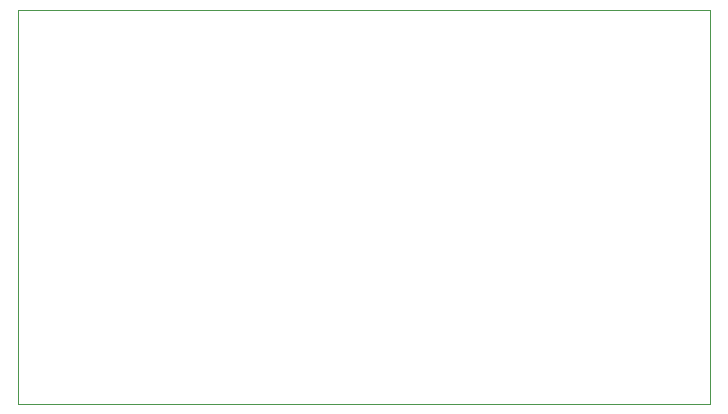
<source format=gbr>
%TF.GenerationSoftware,KiCad,Pcbnew,(7.0.0)*%
%TF.CreationDate,2023-04-19T21:09:27+03:00*%
%TF.ProjectId,Raspi Pico Board,52617370-6920-4506-9963-6f20426f6172,rev?*%
%TF.SameCoordinates,Original*%
%TF.FileFunction,Profile,NP*%
%FSLAX46Y46*%
G04 Gerber Fmt 4.6, Leading zero omitted, Abs format (unit mm)*
G04 Created by KiCad (PCBNEW (7.0.0)) date 2023-04-19 21:09:27*
%MOMM*%
%LPD*%
G01*
G04 APERTURE LIST*
%TA.AperFunction,Profile*%
%ADD10C,0.100000*%
%TD*%
G04 APERTURE END LIST*
D10*
X55266000Y-36484000D02*
X113900000Y-36484000D01*
X113900000Y-36484000D02*
X113900000Y-69800000D01*
X113900000Y-69800000D02*
X55266000Y-69800000D01*
X55266000Y-69800000D02*
X55266000Y-36484000D01*
M02*

</source>
